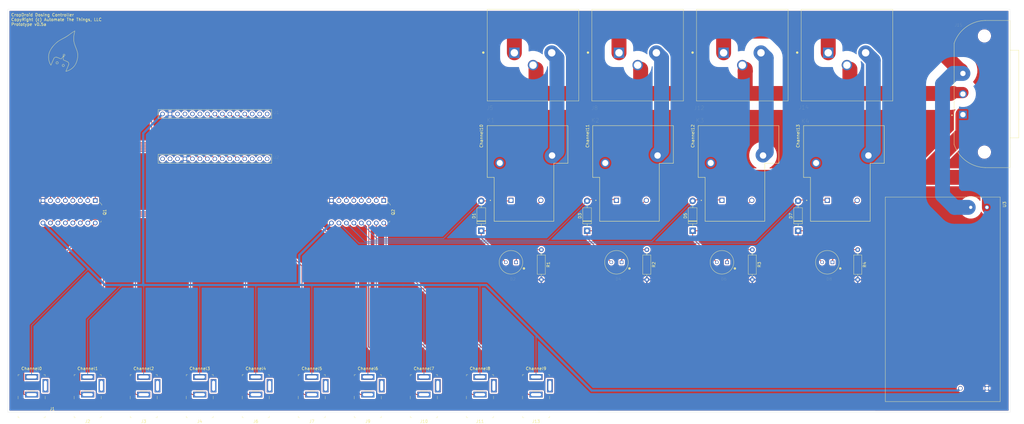
<source format=kicad_pcb>
(kicad_pcb (version 20171130) (host pcbnew 5.1.5-52549c5~84~ubuntu18.04.1)
  (title_block (title "CropDroid Dosing Controller") (date 2020-02-10) (rev 0.5a) (company "Automate The Things, LLC") (comment 3 "License: Proprietary") (comment 4 "Author: Jeremy Hahn"))
  (layers (0 F.Cu signal) (31 B.Cu signal) (34 B.Paste user) (35 F.Paste user) (36 B.SilkS user) (37 F.SilkS user) (38 B.Mask user) (39 F.Mask user) (44 Edge.Cuts user))
  (net 0 "")
  (net 1 "Net-(D1-Pad2)")
  (net 2 "Net-(D1-Pad1)")
  (net 3 "Net-(D2-Pad1)")
  (net 4 "Net-(D3-Pad2)")
  (net 5 "Net-(D3-Pad1)")
  (net 6 "Net-(D4-Pad1)")
  (net 7 "Net-(D5-Pad1)")
  (net 8 "Net-(D5-Pad2)")
  (net 9 "Net-(D6-Pad1)")
  (net 10 "Net-(D7-Pad1)")
  (net 11 "Net-(D7-Pad2)")
  (net 12 "Net-(D8-Pad1)")
  (net 13 "Net-(J1-Pad1)")
  (net 14 "Net-(J1-Pad2)")
  (net 15 "Net-(J1-Pad3)")
  (net 16 "Net-(J2-Pad2)")
  (net 17 "Net-(J3-Pad2)")
  (net 18 "Net-(J4-Pad2)")
  (net 19 "Net-(Q1-Pad1)")
  (net 20 "Net-(Q1-Pad2)")
  (net 21 "Net-(Q1-Pad3)")
  (net 22 "Net-(Q1-Pad4)")
  (net 23 "Net-(Q1-Pad5)")
  (net 24 "Net-(Q1-Pad6)")
  (net 25 "Net-(Q1-Pad7)")
  (net 26 GND)
  (net 27 "Net-(Q2-Pad7)")
  (net 28 "Net-(Q2-Pad6)")
  (net 29 "Net-(Q2-Pad5)")
  (net 30 "Net-(Q2-Pad4)")
  (net 31 "Net-(Q2-Pad3)")
  (net 32 "Net-(Q2-Pad2)")
  (net 33 "Net-(Q2-Pad1)")
  (net 34 "Net-(U1-PadP$13)")
  (net 35 "Net-(U1-PadP$3)")
  (net 36 "Net-(U2-PadP$3)")
  (net 37 "Net-(U2-PadP$13)")
  (net 38 "Net-(U2-PadP$14)")
  (net 39 "Net-(U2-PadP$15)")
  (net 40 "Net-(U2-PadP$2)")
  (net 41 "Net-(U2-PadP$1)")
  (net 42 "Net-(U1-PadP$11)")
  (net 43 "Net-(U1-PadP$10)")
  (net 44 "Net-(U1-PadP$2)")
  (net 45 "Net-(U1-PadP$1)")
  (net 46 "Net-(U1-PadP$12)")
  (net 47 "Net-(J2-Pad3)")
  (net 48 "Net-(J3-Pad3)")
  (net 49 "Net-(J4-Pad3)")
  (net 50 "Net-(J12-Pad3)")
  (net 51 "Net-(J5-Pad2)")
  (net 52 "Net-(J12-Pad1)")
  (net 53 "Net-(J6-Pad2)")
  (net 54 "Net-(J6-Pad3)")
  (net 55 "Net-(J7-Pad2)")
  (net 56 "Net-(J7-Pad3)")
  (net 57 "Net-(J8-Pad2)")
  (net 58 "Net-(J9-Pad2)")
  (net 59 "Net-(J9-Pad3)")
  (net 60 "Net-(J10-Pad2)")
  (net 61 "Net-(J10-Pad3)")
  (net 62 "Net-(J11-Pad2)")
  (net 63 "Net-(J11-Pad3)")
  (net 64 "Net-(J12-Pad2)")
  (net 65 "Net-(J13-Pad2)")
  (net 66 "Net-(J13-Pad3)")
  (net 67 "Net-(J14-Pad2)")
  (net 68 "Net-(J15-Pad1)")
  (module libraries:cropdroid_logo (layer F.Cu) (at 61.5046 46.4082)
    (fp_text reference G*** hide)
    (fp_text value LOGO hide)
  )
  (module IRM-30-12:IRM-30-12 (layer F.Cu) (at 360.488 130.787 270)
    (fp_text reference U3 (at -32.25 -21 90) (layer F.SilkS))
    (fp_text value IRM-30-12)
    (pad 2 thru_hole circle (at -31.25 -9.5 270) (size 1.524 1.524) (drill 1.1) (layers *.Cu *.Mask) (net 52 "Net-(J12-Pad1)"))
    (pad 1 thru_hole circle (at -31.25 -15 270) (size 1.524 1.524) (drill 1.1) (layers *.Cu *.Mask) (net 68 "Net-(J15-Pad1)"))
    (pad 4 thru_hole circle (at 30.25 -6 270) (size 1.524 1.524) (drill 1.1) (layers *.Cu *.Mask) (net 13 "Net-(J1-Pad1)"))
    (pad 3 thru_hole circle (at 30.25 -15 270) (size 1.524 1.524) (drill 1.1) (layers *.Cu *.Mask) (net 26 GND))
  )
  (module PPTC151LFBN-RC:PPTC151LFBN-RC (layer F.Cu) (at 130.872 83.035 180)
    (fp_text reference U2 (at -3.048 0.508) (layer F.SilkS) (effects (font (size 1.002992 1.002992) (thickness 0.015))))
    (fp_text value PPTC151LFBN-RC)
    (pad P$15 thru_hole circle (at 35.56 0 180) (size 1.53 1.53) (drill 1.02) (layers *.Cu *.Mask) (net 39 "Net-(U2-PadP$15)"))
    (pad P$14 thru_hole circle (at 33.02 0 180) (size 1.53 1.53) (drill 1.02) (layers *.Cu *.Mask) (net 38 "Net-(U2-PadP$14)"))
    (pad P$13 thru_hole circle (at 30.48 0 180) (size 1.53 1.53) (drill 1.02) (layers *.Cu *.Mask) (net 37 "Net-(U2-PadP$13)"))
    (pad P$12 thru_hole circle (at 27.94 0 180) (size 1.53 1.53) (drill 1.02) (layers *.Cu *.Mask) (net 26 GND))
    (pad P$11 thru_hole circle (at 25.4 0 180) (size 1.53 1.53) (drill 1.02) (layers *.Cu *.Mask) (net 19 "Net-(Q1-Pad1)"))
    (pad P$10 thru_hole circle (at 22.86 0 180) (size 1.53 1.53) (drill 1.02) (layers *.Cu *.Mask) (net 20 "Net-(Q1-Pad2)"))
    (pad P$9 thru_hole circle (at 20.32 0 180) (size 1.53 1.53) (drill 1.02) (layers *.Cu *.Mask) (net 21 "Net-(Q1-Pad3)"))
    (pad P$8 thru_hole circle (at 17.78 0 180) (size 1.53 1.53) (drill 1.02) (layers *.Cu *.Mask) (net 22 "Net-(Q1-Pad4)"))
    (pad P$7 thru_hole circle (at 15.24 0 180) (size 1.53 1.53) (drill 1.02) (layers *.Cu *.Mask) (net 23 "Net-(Q1-Pad5)"))
    (pad P$6 thru_hole circle (at 12.7 0 180) (size 1.53 1.53) (drill 1.02) (layers *.Cu *.Mask) (net 24 "Net-(Q1-Pad6)"))
    (pad P$5 thru_hole circle (at 10.16 0 180) (size 1.53 1.53) (drill 1.02) (layers *.Cu *.Mask) (net 25 "Net-(Q1-Pad7)"))
    (pad P$4 thru_hole circle (at 7.62 0 180) (size 1.53 1.53) (drill 1.02) (layers *.Cu *.Mask) (net 33 "Net-(Q2-Pad1)"))
    (pad P$3 thru_hole circle (at 5.08 0 180) (size 1.53 1.53) (drill 1.02) (layers *.Cu *.Mask) (net 36 "Net-(U2-PadP$3)"))
    (pad P$2 thru_hole circle (at 2.54 0 180) (size 1.53 1.53) (drill 1.02) (layers *.Cu *.Mask) (net 40 "Net-(U2-PadP$2)"))
    (pad P$1 thru_hole circle (at 0 0 180) (size 1.53 1.53) (drill 1.02) (layers *.Cu *.Mask) (net 41 "Net-(U2-PadP$1)"))
  )
  (module PPTC151LFBN-RC:PPTC151LFBN-RC (layer F.Cu) (at 130.872 67.795 180)
    (fp_text reference U1 (at -3.048 0.508) (layer F.SilkS) (effects (font (size 1.002992 1.002992) (thickness 0.015))))
    (fp_text value PPTC151LFBN-RC)
    (pad P$15 thru_hole circle (at 35.56 0 180) (size 1.53 1.53) (drill 1.02) (layers *.Cu *.Mask) (net 13 "Net-(J1-Pad1)"))
    (pad P$14 thru_hole circle (at 33.02 0 180) (size 1.53 1.53) (drill 1.02) (layers *.Cu *.Mask) (net 26 GND))
    (pad P$13 thru_hole circle (at 30.48 0 180) (size 1.53 1.53) (drill 1.02) (layers *.Cu *.Mask) (net 34 "Net-(U1-PadP$13)"))
    (pad P$12 thru_hole circle (at 27.94 0 180) (size 1.53 1.53) (drill 1.02) (layers *.Cu *.Mask) (net 46 "Net-(U1-PadP$12)"))
    (pad P$11 thru_hole circle (at 25.4 0 180) (size 1.53 1.53) (drill 1.02) (layers *.Cu *.Mask) (net 42 "Net-(U1-PadP$11)"))
    (pad P$10 thru_hole circle (at 22.86 0 180) (size 1.53 1.53) (drill 1.02) (layers *.Cu *.Mask) (net 43 "Net-(U1-PadP$10)"))
    (pad P$9 thru_hole circle (at 20.32 0 180) (size 1.53 1.53) (drill 1.02) (layers *.Cu *.Mask) (net 27 "Net-(Q2-Pad7)"))
    (pad P$8 thru_hole circle (at 17.78 0 180) (size 1.53 1.53) (drill 1.02) (layers *.Cu *.Mask) (net 28 "Net-(Q2-Pad6)"))
    (pad P$7 thru_hole circle (at 15.24 0 180) (size 1.53 1.53) (drill 1.02) (layers *.Cu *.Mask) (net 29 "Net-(Q2-Pad5)"))
    (pad P$6 thru_hole circle (at 12.7 0 180) (size 1.53 1.53) (drill 1.02) (layers *.Cu *.Mask) (net 30 "Net-(Q2-Pad4)"))
    (pad P$5 thru_hole circle (at 10.16 0 180) (size 1.53 1.53) (drill 1.02) (layers *.Cu *.Mask) (net 31 "Net-(Q2-Pad3)"))
    (pad P$4 thru_hole circle (at 7.62 0 180) (size 1.53 1.53) (drill 1.02) (layers *.Cu *.Mask) (net 32 "Net-(Q2-Pad2)"))
    (pad P$3 thru_hole circle (at 5.08 0 180) (size 1.53 1.53) (drill 1.02) (layers *.Cu *.Mask) (net 35 "Net-(U1-PadP$3)"))
    (pad P$2 thru_hole circle (at 2.54 0 180) (size 1.53 1.53) (drill 1.02) (layers *.Cu *.Mask) (net 44 "Net-(U1-PadP$2)"))
    (pad P$1 thru_hole circle (at 0 0 180) (size 1.53 1.53) (drill 1.02) (layers *.Cu *.Mask) (net 45 "Net-(U1-PadP$1)"))
  )
  (module digikey-footprints:Barrel_Jack_5.5mmODx2.1mmID_PJ-202A (layer F.Cu) (at 222.25 160.1748 180)
    (fp_text reference J13 (at 0 -12.1) (layer F.SilkS))
    (fp_text value PJ-202A)
    (pad 2 thru_hole rect (at 0 -3 180) (size 4.5 2) (drill oval 3.5 1) (layers *.Cu *.Mask) (net 65 "Net-(J13-Pad2)"))
    (pad 1 thru_hole rect (at 0 3 180) (size 4.5 2) (drill oval 3.5 1) (layers *.Cu *.Mask) (net 13 "Net-(J1-Pad1)"))
    (pad 3 thru_hole rect (at -4.7 0 180) (size 2 4.5) (drill oval 1 3.5) (layers *.Cu *.Mask) (net 66 "Net-(J13-Pad3)"))
  )
  (module digikey-footprints:Barrel_Jack_5.5mmODx2.1mmID_PJ-202A (layer F.Cu) (at 203.2 160.1748 180)
    (fp_text reference J11 (at 0 -12.1) (layer F.SilkS))
    (fp_text value PJ-202A)
    (pad 2 thru_hole rect (at 0 -3 180) (size 4.5 2) (drill oval 3.5 1) (layers *.Cu *.Mask) (net 62 "Net-(J11-Pad2)"))
    (pad 1 thru_hole rect (at 0 3 180) (size 4.5 2) (drill oval 3.5 1) (layers *.Cu *.Mask) (net 13 "Net-(J1-Pad1)"))
    (pad 3 thru_hole rect (at -4.7 0 180) (size 2 4.5) (drill oval 1 3.5) (layers *.Cu *.Mask) (net 63 "Net-(J11-Pad3)"))
  )
  (module digikey-footprints:Barrel_Jack_5.5mmODx2.1mmID_PJ-202A (layer F.Cu) (at 184.15 160.1748 180)
    (fp_text reference J10 (at 0 -12.1) (layer F.SilkS))
    (fp_text value PJ-202A)
    (pad 2 thru_hole rect (at 0 -3 180) (size 4.5 2) (drill oval 3.5 1) (layers *.Cu *.Mask) (net 60 "Net-(J10-Pad2)"))
    (pad 1 thru_hole rect (at 0 3 180) (size 4.5 2) (drill oval 3.5 1) (layers *.Cu *.Mask) (net 13 "Net-(J1-Pad1)"))
    (pad 3 thru_hole rect (at -4.7 0 180) (size 2 4.5) (drill oval 1 3.5) (layers *.Cu *.Mask) (net 61 "Net-(J10-Pad3)"))
  )
  (module digikey-footprints:Barrel_Jack_5.5mmODx2.1mmID_PJ-202A (layer F.Cu) (at 165.1 160.1748 180)
    (fp_text reference J9 (at 0 -12.1) (layer F.SilkS))
    (fp_text value PJ-202A)
    (pad 2 thru_hole rect (at 0 -3 180) (size 4.5 2) (drill oval 3.5 1) (layers *.Cu *.Mask) (net 58 "Net-(J9-Pad2)"))
    (pad 1 thru_hole rect (at 0 3 180) (size 4.5 2) (drill oval 3.5 1) (layers *.Cu *.Mask) (net 13 "Net-(J1-Pad1)"))
    (pad 3 thru_hole rect (at -4.7 0 180) (size 2 4.5) (drill oval 1 3.5) (layers *.Cu *.Mask) (net 59 "Net-(J9-Pad3)"))
  )
  (module digikey-footprints:Barrel_Jack_5.5mmODx2.1mmID_PJ-202A (layer F.Cu) (at 146.05 160.1748 180)
    (fp_text reference J7 (at 0 -12.1) (layer F.SilkS))
    (fp_text value PJ-202A)
    (pad 2 thru_hole rect (at 0 -3 180) (size 4.5 2) (drill oval 3.5 1) (layers *.Cu *.Mask) (net 55 "Net-(J7-Pad2)"))
    (pad 1 thru_hole rect (at 0 3 180) (size 4.5 2) (drill oval 3.5 1) (layers *.Cu *.Mask) (net 13 "Net-(J1-Pad1)"))
    (pad 3 thru_hole rect (at -4.7 0 180) (size 2 4.5) (drill oval 1 3.5) (layers *.Cu *.Mask) (net 56 "Net-(J7-Pad3)"))
  )
  (module digikey-footprints:Barrel_Jack_5.5mmODx2.1mmID_PJ-202A (layer F.Cu) (at 127 160.1748 180)
    (fp_text reference J6 (at 0 -12.1) (layer F.SilkS))
    (fp_text value PJ-202A)
    (pad 2 thru_hole rect (at 0 -3 180) (size 4.5 2) (drill oval 3.5 1) (layers *.Cu *.Mask) (net 53 "Net-(J6-Pad2)"))
    (pad 1 thru_hole rect (at 0 3 180) (size 4.5 2) (drill oval 3.5 1) (layers *.Cu *.Mask) (net 13 "Net-(J1-Pad1)"))
    (pad 3 thru_hole rect (at -4.7 0 180) (size 2 4.5) (drill oval 1 3.5) (layers *.Cu *.Mask) (net 54 "Net-(J6-Pad3)"))
  )
  (module digikey-footprints:Barrel_Jack_5.5mmODx2.1mmID_PJ-202A (layer F.Cu) (at 107.95 160.1748 180)
    (fp_text reference J4 (at 0 -12.1) (layer F.SilkS))
    (fp_text value PJ-202A)
    (pad 2 thru_hole rect (at 0 -3 180) (size 4.5 2) (drill oval 3.5 1) (layers *.Cu *.Mask) (net 18 "Net-(J4-Pad2)"))
    (pad 1 thru_hole rect (at 0 3 180) (size 4.5 2) (drill oval 3.5 1) (layers *.Cu *.Mask) (net 13 "Net-(J1-Pad1)"))
    (pad 3 thru_hole rect (at -4.7 0 180) (size 2 4.5) (drill oval 1 3.5) (layers *.Cu *.Mask) (net 49 "Net-(J4-Pad3)"))
  )
  (module digikey-footprints:Barrel_Jack_5.5mmODx2.1mmID_PJ-202A (layer F.Cu) (at 88.9 160.1748 180)
    (fp_text reference J3 (at 0 -12.1) (layer F.SilkS))
    (fp_text value PJ-202A)
    (pad 2 thru_hole rect (at 0 -3 180) (size 4.5 2) (drill oval 3.5 1) (layers *.Cu *.Mask) (net 17 "Net-(J3-Pad2)"))
    (pad 1 thru_hole rect (at 0 3 180) (size 4.5 2) (drill oval 3.5 1) (layers *.Cu *.Mask) (net 13 "Net-(J1-Pad1)"))
    (pad 3 thru_hole rect (at -4.7 0 180) (size 2 4.5) (drill oval 1 3.5) (layers *.Cu *.Mask) (net 48 "Net-(J3-Pad3)"))
  )
  (module digikey-footprints:Barrel_Jack_5.5mmODx2.1mmID_PJ-202A (layer F.Cu) (at 69.85 160.1748 180)
    (fp_text reference J2 (at 0 -12.1) (layer F.SilkS))
    (fp_text value PJ-202A)
    (pad 2 thru_hole rect (at 0 -3 180) (size 4.5 2) (drill oval 3.5 1) (layers *.Cu *.Mask) (net 16 "Net-(J2-Pad2)"))
    (pad 1 thru_hole rect (at 0 3 180) (size 4.5 2) (drill oval 3.5 1) (layers *.Cu *.Mask) (net 13 "Net-(J1-Pad1)"))
    (pad 3 thru_hole rect (at -4.7 0 180) (size 2 4.5) (drill oval 1 3.5) (layers *.Cu *.Mask) (net 47 "Net-(J2-Pad3)"))
  )
  (module digikey-footprints:Barrel_Jack_5.5mmODx2.1mmID_PJ-202A (layer F.Cu) (at 50.8 160.1748 180)
    (fp_text reference J1 (at -7.0216 -7.8486) (layer F.SilkS))
    (fp_text value PJ-202A)
    (pad 2 thru_hole rect (at 0 -3 180) (size 4.5 2) (drill oval 3.5 1) (layers *.Cu *.Mask) (net 14 "Net-(J1-Pad2)"))
    (pad 1 thru_hole rect (at 0 3 180) (size 4.5 2) (drill oval 3.5 1) (layers *.Cu *.Mask) (net 13 "Net-(J1-Pad1)"))
    (pad 3 thru_hole rect (at -4.7 0 180) (size 2 4.5) (drill oval 1 3.5) (layers *.Cu *.Mask) (net 15 "Net-(J1-Pad3)"))
  )
  (module QUALTEK_703W-00:QUALTEK_703W-00_52 (layer F.Cu) (at 367.33988 68.01866 90)
    (fp_text reference J15 (at 30.44952 -1.51384 180) (layer F.SilkS) (effects (font (size 1.001969 1.001969) (thickness 0.015))))
    (fp_text value 703W-00_52)
    (pad None np_thru_hole circle (at -12.75 7.3 90) (size 3.5 3.5) (drill 3.5) (layers *.Cu *.Mask))
    (pad None np_thru_hole circle (at 26.75 7.3 90) (size 3.5 3.5) (drill 3.5) (layers *.Cu *.Mask))
    (pad 1 thru_hole rect (at 0 0 90) (size 2.7 2.7) (drill 1.8) (layers *.Cu *.Mask) (net 68 "Net-(J15-Pad1)"))
    (pad 2 thru_hole circle (at 7 0 90) (size 2.7 2.7) (drill 1.8) (layers *.Cu *.Mask) (net 50 "Net-(J12-Pad3)"))
    (pad 3 thru_hole circle (at 14 0 90) (size 2.7 2.7) (drill 1.8) (layers *.Cu *.Mask) (net 52 "Net-(J12-Pad1)"))
  )
  (module digikey-footprints:DIP-16_W7.62mm (layer F.Cu) (at 170.48988 97.22866 270)
    (fp_text reference Q2 (at 3.94 -3.2 90) (layer F.SilkS))
    (fp_text value ULN2003AN)
    (pad 9 thru_hole circle (at 7.62 17.78 270) (size 1.6 1.6) (drill 1) (layers *.Cu *.Mask) (net 13 "Net-(J1-Pad1)"))
    (pad 8 thru_hole circle (at 0 17.78 270) (size 1.6 1.6) (drill 1) (layers *.Cu *.Mask) (net 26 GND))
    (pad 16 thru_hole circle (at 7.62 0 270) (size 1.6 1.6) (drill 1) (layers *.Cu *.Mask) (net 65 "Net-(J13-Pad2)"))
    (pad 15 thru_hole circle (at 7.62 2.54 270) (size 1.6 1.6) (drill 1) (layers *.Cu *.Mask) (net 62 "Net-(J11-Pad2)"))
    (pad 14 thru_hole circle (at 7.62 5.08 270) (size 1.6 1.6) (drill 1) (layers *.Cu *.Mask) (net 60 "Net-(J10-Pad2)"))
    (pad 13 thru_hole circle (at 7.62 7.62 270) (size 1.6 1.6) (drill 1) (layers *.Cu *.Mask) (net 1 "Net-(D1-Pad2)"))
    (pad 12 thru_hole circle (at 7.62 10.16 270) (size 1.6 1.6) (drill 1) (layers *.Cu *.Mask) (net 4 "Net-(D3-Pad2)"))
    (pad 11 thru_hole circle (at 7.62 12.7 270) (size 1.6 1.6) (drill 1) (layers *.Cu *.Mask) (net 8 "Net-(D5-Pad2)"))
    (pad 10 thru_hole circle (at 7.62 15.24 270) (size 1.6 1.6) (drill 1) (layers *.Cu *.Mask) (net 11 "Net-(D7-Pad2)"))
    (pad 7 thru_hole circle (at 0 15.24 270) (size 1.6 1.6) (drill 1) (layers *.Cu *.Mask) (net 27 "Net-(Q2-Pad7)"))
    (pad 6 thru_hole circle (at 0 12.7 270) (size 1.6 1.6) (drill 1) (layers *.Cu *.Mask) (net 28 "Net-(Q2-Pad6)"))
    (pad 5 thru_hole circle (at 0 10.16 270) (size 1.6 1.6) (drill 1) (layers *.Cu *.Mask) (net 29 "Net-(Q2-Pad5)"))
    (pad 4 thru_hole circle (at 0 7.62 270) (size 1.6 1.6) (drill 1) (layers *.Cu *.Mask) (net 30 "Net-(Q2-Pad4)"))
    (pad 3 thru_hole circle (at 0 5.08 270) (size 1.6 1.6) (drill 1) (layers *.Cu *.Mask) (net 31 "Net-(Q2-Pad3)"))
    (pad 2 thru_hole circle (at 0 2.54 270) (size 1.6 1.6) (drill 1) (layers *.Cu *.Mask) (net 32 "Net-(Q2-Pad2)"))
    (pad 1 thru_hole rect (at 0 0 270) (size 1.6 1.6) (drill 1) (layers *.Cu *.Mask) (net 33 "Net-(Q2-Pad1)"))
  )
  (module Diode_THT:D_DO-41_SOD81_P10.16mm_Horizontal (layer F.Cu) (at 203.63434 107.48772 90)
    (fp_text reference D1 (at 5.08 -2.47 90) (layer F.SilkS))
    (fp_text value 1N4001)
    (pad 2 thru_hole oval (at 10.16 0 90) (size 2.2 2.2) (drill 1.1) (layers *.Cu *.Mask) (net 1 "Net-(D1-Pad2)"))
    (pad 1 thru_hole rect (at 0 0 90) (size 2.2 2.2) (drill 1.1) (layers *.Cu *.Mask) (net 2 "Net-(D1-Pad1)"))
  )
  (module libraries:CAPPRD350W60D800H2000 (layer F.Cu) (at 213.734 118.20398 180)
    (fp_text reference D2 (at -0.635 -5.715) (layer F.SilkS) (effects (font (thickness 0.015))))
    (fp_text value LED)
    (pad 2 thru_hole circle (at 1.75 0 180) (size 1.23 1.23) (drill 0.82) (layers *.Cu *.Mask) (net 2 "Net-(D1-Pad1)"))
    (pad 1 thru_hole rect (at -1.75 0 180) (size 1.23 1.23) (drill 0.82) (layers *.Cu *.Mask) (net 3 "Net-(D2-Pad1)"))
  )
  (module Diode_THT:D_DO-41_SOD81_P10.16mm_Horizontal (layer F.Cu) (at 239.61598 107.48772 90)
    (fp_text reference D3 (at 5.08 -2.47 90) (layer F.SilkS))
    (fp_text value 1N4001)
    (pad 2 thru_hole oval (at 10.16 0 90) (size 2.2 2.2) (drill 1.1) (layers *.Cu *.Mask) (net 4 "Net-(D3-Pad2)"))
    (pad 1 thru_hole rect (at 0 0 90) (size 2.2 2.2) (drill 1.1) (layers *.Cu *.Mask) (net 5 "Net-(D3-Pad1)"))
  )
  (module libraries:CAPPRD350W60D800H2000 (layer F.Cu) (at 249.584 118.20398 180)
    (fp_text reference D4 (at -0.635 -5.715) (layer F.SilkS) (effects (font (thickness 0.015))))
    (fp_text value LED)
    (pad 2 thru_hole circle (at 1.75 0 180) (size 1.23 1.23) (drill 0.82) (layers *.Cu *.Mask) (net 5 "Net-(D3-Pad1)"))
    (pad 1 thru_hole rect (at -1.75 0 180) (size 1.23 1.23) (drill 0.82) (layers *.Cu *.Mask) (net 6 "Net-(D4-Pad1)"))
  )
  (module Diode_THT:D_DO-41_SOD81_P10.16mm_Horizontal (layer F.Cu) (at 275.48332 107.48772 90)
    (fp_text reference D5 (at 5.08 -2.47 90) (layer F.SilkS))
    (fp_text value 1N4001)
    (pad 2 thru_hole oval (at 10.16 0 90) (size 2.2 2.2) (drill 1.1) (layers *.Cu *.Mask) (net 8 "Net-(D5-Pad2)"))
    (pad 1 thru_hole rect (at 0 0 90) (size 2.2 2.2) (drill 1.1) (layers *.Cu *.Mask) (net 7 "Net-(D5-Pad1)"))
  )
  (module libraries:CAPPRD350W60D800H2000 (layer F.Cu) (at 285.434 118.20398 180)
    (fp_text reference D6 (at -0.635 -5.715) (layer F.SilkS) (effects (font (thickness 0.015))))
    (fp_text value LED)
    (pad 2 thru_hole circle (at 1.75 0 180) (size 1.23 1.23) (drill 0.82) (layers *.Cu *.Mask) (net 7 "Net-(D5-Pad1)"))
    (pad 1 thru_hole rect (at -1.75 0 180) (size 1.23 1.23) (drill 0.82) (layers *.Cu *.Mask) (net 9 "Net-(D6-Pad1)"))
  )
  (module Diode_THT:D_DO-41_SOD81_P10.16mm_Horizontal (layer F.Cu) (at 311.32272 107.48772 90)
    (fp_text reference D7 (at 5.08 -2.47 90) (layer F.SilkS))
    (fp_text value 1N4001)
    (pad 2 thru_hole oval (at 10.16 0 90) (size 2.2 2.2) (drill 1.1) (layers *.Cu *.Mask) (net 11 "Net-(D7-Pad2)"))
    (pad 1 thru_hole rect (at 0 0 90) (size 2.2 2.2) (drill 1.1) (layers *.Cu *.Mask) (net 10 "Net-(D7-Pad1)"))
  )
  (module libraries:CAPPRD350W60D800H2000 (layer F.Cu) (at 321.248 118.20398 180)
    (fp_text reference D8 (at -0.635 -5.715) (layer F.SilkS) (effects (font (thickness 0.015))))
    (fp_text value LED)
    (pad 2 thru_hole circle (at 1.75 0 180) (size 1.23 1.23) (drill 0.82) (layers *.Cu *.Mask) (net 10 "Net-(D7-Pad1)"))
    (pad 1 thru_hole rect (at -1.75 0 180) (size 1.23 1.23) (drill 0.82) (layers *.Cu *.Mask) (net 12 "Net-(D8-Pad1)"))
  )
  (module 3-213598-2:TE_3-213598-2 (layer F.Cu) (at 221.234 47.811)
    (fp_text reference J5 (at -14.67 17.952) (layer F.SilkS) (effects (font (size 1.320047 1.320047) (thickness 0.015))))
    (fp_text value 3-213598-2)
    (pad 3 thru_hole circle (at 0 3.38) (size 3.556 3.556) (drill 2.54) (layers *.Cu *.Mask) (net 50 "Net-(J12-Pad3)"))
    (pad 2 thru_hole circle (at 6.35 -0.81) (size 3.556 3.556) (drill 2.54) (layers *.Cu *.Mask) (net 51 "Net-(J5-Pad2)"))
    (pad 1 thru_hole rect (at -6.35 -0.81) (size 3.556 3.556) (drill 2.54) (layers *.Cu *.Mask) (net 52 "Net-(J12-Pad1)"))
  )
  (module 3-213598-2:TE_3-213598-2 (layer F.Cu) (at 256.794 47.811)
    (fp_text reference J8 (at -14.67 17.952) (layer F.SilkS) (effects (font (size 1.320047 1.320047) (thickness 0.015))))
    (fp_text value 3-213598-2)
    (pad 3 thru_hole circle (at 0 3.38) (size 3.556 3.556) (drill 2.54) (layers *.Cu *.Mask) (net 50 "Net-(J12-Pad3)"))
    (pad 2 thru_hole circle (at 6.35 -0.81) (size 3.556 3.556) (drill 2.54) (layers *.Cu *.Mask) (net 57 "Net-(J8-Pad2)"))
    (pad 1 thru_hole rect (at -6.35 -0.81) (size 3.556 3.556) (drill 2.54) (layers *.Cu *.Mask) (net 52 "Net-(J12-Pad1)"))
  )
  (module 3-213598-2:TE_3-213598-2 (layer F.Cu) (at 292.354 47.811)
    (fp_text reference J12 (at -14.67 17.952) (layer F.SilkS) (effects (font (size 1.320047 1.320047) (thickness 0.015))))
    (fp_text value 3-213598-2)
    (pad 3 thru_hole circle (at 0 3.38) (size 3.556 3.556) (drill 2.54) (layers *.Cu *.Mask) (net 50 "Net-(J12-Pad3)"))
    (pad 2 thru_hole circle (at 6.35 -0.81) (size 3.556 3.556) (drill 2.54) (layers *.Cu *.Mask) (net 64 "Net-(J12-Pad2)"))
    (pad 1 thru_hole rect (at -6.35 -0.81) (size 3.556 3.556) (drill 2.54) (layers *.Cu *.Mask) (net 52 "Net-(J12-Pad1)"))
  )
  (module 3-213598-2:TE_3-213598-2 (layer F.Cu) (at 327.914 47.811)
    (fp_text reference J14 (at -14.67 17.698) (layer F.SilkS) (effects (font (size 1.320047 1.320047) (thickness 0.015))))
    (fp_text value 3-213598-2)
    (pad 3 thru_hole circle (at 0 3.38) (size 3.556 3.556) (drill 2.54) (layers *.Cu *.Mask) (net 50 "Net-(J12-Pad3)"))
    (pad 2 thru_hole circle (at 6.35 -0.81) (size 3.556 3.556) (drill 2.54) (layers *.Cu *.Mask) (net 67 "Net-(J14-Pad2)"))
    (pad 1 thru_hole rect (at -6.35 -0.81) (size 3.556 3.556) (drill 2.54) (layers *.Cu *.Mask) (net 52 "Net-(J12-Pad1)"))
  )
  (module T9AS1D12-15:RELAY_T9AS1D12-15 (layer F.Cu) (at 213.734 97.155)
    (fp_text reference K1 (at -6.916 -27.26) (layer F.SilkS) (effects (font (size 1.395488 1.395488) (thickness 0.015))))
    (fp_text value T9AS1D12-15)
    (pad 4 thru_hole circle (at 13.97 -15.24) (size 3.29 3.29) (drill 2.19) (layers *.Cu *.Mask) (net 51 "Net-(J5-Pad2)"))
    (pad 3 thru_hole circle (at -3.81 -12.7) (size 3.09 3.09) (drill 2.06) (layers *.Cu *.Mask) (net 68 "Net-(J15-Pad1)"))
    (pad 1 thru_hole rect (at 0 0) (size 1.76 1.76) (drill 1.17) (layers *.Cu *.Mask) (net 1 "Net-(D1-Pad2)"))
    (pad 2 thru_hole circle (at 10.16 0) (size 1.76 1.76) (drill 1.17) (layers *.Cu *.Mask) (net 2 "Net-(D1-Pad1)"))
  )
  (module T9AS1D12-15:RELAY_T9AS1D12-15 (layer F.Cu) (at 249.584 97.155)
    (fp_text reference K2 (at -7.206 -27.220035) (layer F.SilkS) (effects (font (size 1.395488 1.395488) (thickness 0.015))))
    (fp_text value T9AS1D12-15)
    (pad 4 thru_hole circle (at 13.97 -15.24) (size 3.29 3.29) (drill 2.19) (layers *.Cu *.Mask) (net 57 "Net-(J8-Pad2)"))
    (pad 3 thru_hole circle (at -3.81 -12.7) (size 3.09 3.09) (drill 2.06) (layers *.Cu *.Mask) (net 68 "Net-(J15-Pad1)"))
    (pad 1 thru_hole rect (at 0 0) (size 1.76 1.76) (drill 1.17) (layers *.Cu *.Mask) (net 4 "Net-(D3-Pad2)"))
    (pad 2 thru_hole circle (at 10.16 0) (size 1.76 1.76) (drill 1.17) (layers *.Cu *.Mask) (net 5 "Net-(D3-Pad1)"))
  )
  (module T9AS1D12-15:RELAY_T9AS1D12-15 (layer F.Cu) (at 285.434 97.155)
    (fp_text reference K3 (at -7.496 -27.164) (layer F.SilkS) (effects (font (size 1.395488 1.395488) (thickness 0.015))))
    (fp_text value T9AS1D12-15)
    (pad 4 thru_hole circle (at 13.97 -15.24) (size 3.29 3.29) (drill 2.19) (layers *.Cu *.Mask) (net 64 "Net-(J12-Pad2)"))
    (pad 3 thru_hole circle (at -3.81 -12.7) (size 3.09 3.09) (drill 2.06) (layers *.Cu *.Mask) (net 68 "Net-(J15-Pad1)"))
    (pad 1 thru_hole rect (at 0 0) (size 1.76 1.76) (drill 1.17) (layers *.Cu *.Mask) (net 8 "Net-(D5-Pad2)"))
    (pad 2 thru_hole circle (at 10.16 0) (size 1.76 1.76) (drill 1.17) (layers *.Cu *.Mask) (net 7 "Net-(D5-Pad1)"))
  )
  (module T9AS1D12-15:RELAY_T9AS1D12-15 (layer F.Cu) (at 321.248 97.155)
    (fp_text reference K4 (at -7.496 -26.96) (layer F.SilkS) (effects (font (size 1.395488 1.395488) (thickness 0.015))))
    (fp_text value T9AS1D12-15)
    (pad 4 thru_hole circle (at 13.97 -15.24) (size 3.29 3.29) (drill 2.19) (layers *.Cu *.Mask) (net 67 "Net-(J14-Pad2)"))
    (pad 3 thru_hole circle (at -3.81 -12.7) (size 3.09 3.09) (drill 2.06) (layers *.Cu *.Mask) (net 68 "Net-(J15-Pad1)"))
    (pad 1 thru_hole rect (at 0 0) (size 1.76 1.76) (drill 1.17) (layers *.Cu *.Mask) (net 11 "Net-(D7-Pad2)"))
    (pad 2 thru_hole circle (at 10.16 0) (size 1.76 1.76) (drill 1.17) (layers *.Cu *.Mask) (net 10 "Net-(D7-Pad1)"))
  )
  (module digikey-footprints:DIP-16_W7.62mm (layer F.Cu) (at 72.44588 97.22866 270)
    (fp_text reference Q1 (at 3.94 -3.2 90) (layer F.SilkS))
    (fp_text value ULN2003AN)
    (pad 9 thru_hole circle (at 7.62 17.78 270) (size 1.6 1.6) (drill 1) (layers *.Cu *.Mask) (net 13 "Net-(J1-Pad1)"))
    (pad 8 thru_hole circle (at 0 17.78 270) (size 1.6 1.6) (drill 1) (layers *.Cu *.Mask) (net 26 GND))
    (pad 16 thru_hole circle (at 7.62 0 270) (size 1.6 1.6) (drill 1) (layers *.Cu *.Mask) (net 14 "Net-(J1-Pad2)"))
    (pad 15 thru_hole circle (at 7.62 2.54 270) (size 1.6 1.6) (drill 1) (layers *.Cu *.Mask) (net 16 "Net-(J2-Pad2)"))
    (pad 14 thru_hole circle (at 7.62 5.08 270) (size 1.6 1.6) (drill 1) (layers *.Cu *.Mask) (net 17 "Net-(J3-Pad2)"))
    (pad 13 thru_hole circle (at 7.62 7.62 270) (size 1.6 1.6) (drill 1) (layers *.Cu *.Mask) (net 18 "Net-(J4-Pad2)"))
    (pad 12 thru_hole circle (at 7.62 10.16 270) (size 1.6 1.6) (drill 1) (layers *.Cu *.Mask) (net 53 "Net-(J6-Pad2)"))
    (pad 11 thru_hole circle (at 7.62 12.7 270) (size 1.6 1.6) (drill 1) (layers *.Cu *.Mask) (net 55 "Net-(J7-Pad2)"))
    (pad 10 thru_hole circle (at 7.62 15.24 270) (size 1.6 1.6) (drill 1) (layers *.Cu *.Mask) (net 58 "Net-(J9-Pad2)"))
    (pad 7 thru_hole circle (at 0 15.24 270) (size 1.6 1.6) (drill 1) (layers *.Cu *.Mask) (net 25 "Net-(Q1-Pad7)"))
    (pad 6 thru_hole circle (at 0 12.7 270) (size 1.6 1.6) (drill 1) (layers *.Cu *.Mask) (net 24 "Net-(Q1-Pad6)"))
    (pad 5 thru_hole circle (at 0 10.16 270) (size 1.6 1.6) (drill 1) (layers *.Cu *.Mask) (net 23 "Net-(Q1-Pad5)"))
    (pad 4 thru_hole circle (at 0 7.62 270) (size 1.6 1.6) (drill 1) (layers *.Cu *.Mask) (net 22 "Net-(Q1-Pad4)"))
    (pad 3 thru_hole circle (at 0 5.08 270) (size 1.6 1.6) (drill 1) (layers *.Cu *.Mask) (net 21 "Net-(Q1-Pad3)"))
    (pad 2 thru_hole circle (at 0 2.54 270) (size 1.6 1.6) (drill 1) (layers *.Cu *.Mask) (net 20 "Net-(Q1-Pad2)"))
    (pad 1 thru_hole rect (at 0 0 270) (size 1.6 1.6) (drill 1) (layers *.Cu *.Mask) (net 19 "Net-(Q1-Pad1)"))
  )
  (module Resistor_THT:R_Axial_DIN0207_L6.3mm_D2.5mm_P10.16mm_Horizontal (layer F.Cu) (at 224.06356 113.92408 270)
    (fp_text reference R1 (at 5.08 -2.37 90) (layer F.SilkS))
    (fp_text value R)
    (pad 2 thru_hole oval (at 10.16 0 270) (size 1.6 1.6) (drill 0.8) (layers *.Cu *.Mask) (net 26 GND))
    (pad 1 thru_hole circle (at 0 0 270) (size 1.6 1.6) (drill 0.8) (layers *.Cu *.Mask) (net 3 "Net-(D2-Pad1)"))
  )
  (module Resistor_THT:R_Axial_DIN0207_L6.3mm_D2.5mm_P10.16mm_Horizontal (layer F.Cu) (at 259.91356 113.92408 270)
    (fp_text reference R2 (at 5.08 -2.37 90) (layer F.SilkS))
    (fp_text value R)
    (pad 2 thru_hole oval (at 10.16 0 270) (size 1.6 1.6) (drill 0.8) (layers *.Cu *.Mask) (net 26 GND))
    (pad 1 thru_hole circle (at 0 0 270) (size 1.6 1.6) (drill 0.8) (layers *.Cu *.Mask) (net 6 "Net-(D4-Pad1)"))
  )
  (module Resistor_THT:R_Axial_DIN0207_L6.3mm_D2.5mm_P10.16mm_Horizontal (layer F.Cu) (at 295.76356 113.92408 270)
    (fp_text reference R3 (at 5.08 -2.37 90) (layer F.SilkS))
    (fp_text value R)
    (pad 2 thru_hole oval (at 10.16 0 270) (size 1.6 1.6) (drill 0.8) (layers *.Cu *.Mask) (net 26 GND))
    (pad 1 thru_hole circle (at 0 0 270) (size 1.6 1.6) (drill 0.8) (layers *.Cu *.Mask) (net 9 "Net-(D6-Pad1)"))
  )
  (module Resistor_THT:R_Axial_DIN0207_L6.3mm_D2.5mm_P10.16mm_Horizontal (layer F.Cu) (at 331.57756 113.92408 270)
    (fp_text reference R4 (at 5.08 -2.37 90) (layer F.SilkS))
    (fp_text value R)
    (pad 2 thru_hole oval (at 10.16 0 270) (size 1.6 1.6) (drill 0.8) (layers *.Cu *.Mask) (net 26 GND))
    (pad 1 thru_hole circle (at 0 0 270) (size 1.6 1.6) (drill 0.8) (layers *.Cu *.Mask) (net 12 "Net-(D8-Pad1)"))
  )
  (gr_text Channel13 (at 311.29732 75.311 90) (layer F.SilkS) (effects (font (size 1 1))))
  (gr_text Channel12 (at 275.53412 75.311 90) (layer F.SilkS) (effects (font (size 1 1))))
  (gr_text Channel11 (at 239.75568 75.311 90) (layer F.SilkS) (effects (font (size 1 1))))
  (gr_text Channel10 (at 203.67752 75.311 90) (layer F.SilkS) (effects (font (size 1 1))))
  (gr_text Channel9 (at 222.25 154.3328) (layer F.SilkS) (effects (font (size 1 1))))
  (gr_text Channel8 (at 203.2 154.3328) (layer F.SilkS) (effects (font (size 1 1))))
  (gr_text Channel7 (at 184.15 154.3328) (layer F.SilkS) (effects (font (size 1 1))))
  (gr_text Channel6 (at 165.1 154.3328) (layer F.SilkS) (effects (font (size 1 1))))
  (gr_text Channel5 (at 146.05 154.3328) (layer F.SilkS) (effects (font (size 1 1))))
  (gr_text Channel4 (at 127 154.3328) (layer F.SilkS) (effects (font (size 1 1))))
  (gr_text Channel3 (at 107.95 154.3328) (layer F.SilkS) (effects (font (size 1 1))))
  (gr_text Channel2 (at 88.9 154.3328) (layer F.SilkS) (effects (font (size 1 1))))
  (gr_text Channel1 (at 69.85 154.3328) (layer F.SilkS) (effects (font (size 1 1))))
  (gr_text Channel0 (at 50.8 154.3328) (layer F.SilkS) (effects (font (size 1 1))))
  (gr_text "CropDroid Dosing Controller\nCopyRight (c) Automate The Things, LLC\nPrototype v0.5a" (at 43.79468 35.71748) (layer F.SilkS) (effects (font (size 1 1)) (justify left)))
  (gr_line (start 42.734 169.141) (end 42.734 32.235) (layer Edge.Cuts) (width 0.05))
  (gr_line (start 383.39188 169.15266) (end 42.734 169.141) (layer Edge.Cuts) (width 0.05))
  (gr_line (start 383.34188 32.235) (end 383.39188 169.15266) (layer Edge.Cuts) (width 0.05))
  (gr_line (start 42.734 32.235) (end 383.34188 32.235) (layer Edge.Cuts) (width 0.05))
  (segment (start 203.64762 97.341) (end 203.63434 97.32772) (width 0.254) (layer F.Cu) (net 1))
  (segment (start 213.734 97.341) (end 203.64762 97.341) (width 0.254) (layer F.Cu) (net 1))
  (segment (start 203.63434 97.32772) (end 190.77941 110.18265) (width 0.254) (layer B.Cu) (net 1))
  (segment (start 168.20387 110.18265) (end 162.86988 104.84866) (width 0.254) (layer B.Cu) (net 1))
  (segment (start 190.77941 110.18265) (end 168.20387 110.18265) (width 0.254) (layer B.Cu) (net 1))
  (segment (start 203.63434 109.85432) (end 212.0392 118.25918) (width 0.254) (layer F.Cu) (net 2))
  (segment (start 203.63434 107.48772) (end 203.63434 109.85432) (width 0.254) (layer F.Cu) (net 2))
  (segment (start 213.74728 107.48772) (end 223.894 97.341) (width 0.254) (layer F.Cu) (net 2))
  (segment (start 203.63434 107.48772) (end 213.74728 107.48772) (width 0.254) (layer F.Cu) (net 2))
  (segment (start 222.93219 113.92408) (end 224.06356 113.92408) (width 0.254) (layer F.Cu) (net 3))
  (segment (start 215.484 117.33498) (end 218.8949 113.92408) (width 0.254) (layer F.Cu) (net 3))
  (segment (start 218.8949 113.92408) (end 222.93219 113.92408) (width 0.254) (layer F.Cu) (net 3))
  (segment (start 215.484 118.20398) (end 215.484 117.33498) (width 0.254) (layer F.Cu) (net 3))
  (segment (start 240.0527 96.891) (end 239.61598 97.32772) (width 0.254) (layer F.Cu) (net 4))
  (segment (start 249.584 96.891) (end 240.0527 96.891) (width 0.254) (layer F.Cu) (net 4))
  (segment (start 166.17188 110.69066) (end 160.32988 104.84866) (width 0.254) (layer B.Cu) (net 4))
  (segment (start 239.61598 97.32772) (end 226.25304 110.69066) (width 0.254) (layer B.Cu) (net 4))
  (segment (start 226.25304 110.69066) (end 166.17188 110.69066) (width 0.254) (layer B.Cu) (net 4))
  (segment (start 239.61598 109.98596) (end 247.834 118.20398) (width 0.254) (layer F.Cu) (net 5))
  (segment (start 239.61598 107.48772) (end 239.61598 109.98596) (width 0.254) (layer F.Cu) (net 5))
  (segment (start 249.14728 107.48772) (end 259.744 96.891) (width 0.254) (layer F.Cu) (net 5))
  (segment (start 239.61598 107.48772) (end 249.14728 107.48772) (width 0.254) (layer F.Cu) (net 5))
  (segment (start 258.78219 113.92408) (end 259.91356 113.92408) (width 0.254) (layer F.Cu) (net 6))
  (segment (start 254.7449 113.92408) (end 258.78219 113.92408) (width 0.254) (layer F.Cu) (net 6))
  (segment (start 251.334 117.33498) (end 254.7449 113.92408) (width 0.254) (layer F.Cu) (net 6))
  (segment (start 251.334 118.20398) (end 251.334 117.33498) (width 0.254) (layer F.Cu) (net 6))
  (segment (start 275.48332 110.0033) (end 283.684 118.20398) (width 0.254) (layer F.Cu) (net 7))
  (segment (start 275.48332 107.48772) (end 275.48332 110.0033) (width 0.254) (layer F.Cu) (net 7))
  (segment (start 285.09728 107.48772) (end 295.594 96.991) (width 0.254) (layer F.Cu) (net 7))
  (segment (start 275.48332 107.48772) (end 285.09728 107.48772) (width 0.254) (layer F.Cu) (net 7))
  (segment (start 275.82004 96.991) (end 275.48332 97.32772) (width 0.254) (layer F.Cu) (net 8))
  (segment (start 285.434 96.991) (end 275.82004 96.991) (width 0.254) (layer F.Cu) (net 8))
  (segment (start 164.11567 111.19867) (end 163.892 110.975) (width 0.254) (layer B.Cu) (net 8))
  (segment (start 261.61237 111.19867) (end 164.11567 111.19867) (width 0.254) (layer B.Cu) (net 8))
  (segment (start 275.48332 97.32772) (end 261.61237 111.19867) (width 0.254) (layer B.Cu) (net 8))
  (segment (start 157.78988 104.84866) (end 163.892 110.975) (width 0.254) (layer B.Cu) (net 8))
  (segment (start 163.892 110.975) (end 164.13989 111.19867) (width 0.254) (layer B.Cu) (net 8))
  (segment (start 290.5949 113.92408) (end 294.63219 113.92408) (width 0.254) (layer F.Cu) (net 9))
  (segment (start 294.63219 113.92408) (end 295.76356 113.92408) (width 0.254) (layer F.Cu) (net 9))
  (segment (start 287.184 117.33498) (end 290.5949 113.92408) (width 0.254) (layer F.Cu) (net 9))
  (segment (start 287.184 118.20398) (end 287.184 117.33498) (width 0.254) (layer F.Cu) (net 9))
  (segment (start 311.32272 110.0287) (end 319.498 118.20398) (width 0.254) (layer F.Cu) (net 10))
  (segment (start 311.32272 107.48772) (end 311.32272 110.0287) (width 0.254) (layer F.Cu) (net 10))
  (segment (start 320.96128 107.48772) (end 331.408 97.041) (width 0.254) (layer F.Cu) (net 10))
  (segment (start 311.32272 107.48772) (end 320.96128 107.48772) (width 0.254) (layer F.Cu) (net 10))
  (segment (start 311.60944 97.041) (end 311.32272 97.32772) (width 0.254) (layer F.Cu) (net 11))
  (segment (start 321.248 97.041) (end 311.60944 97.041) (width 0.254) (layer F.Cu) (net 11))
  (segment (start 311.32272 97.32772) (end 296.94376 111.70668) (width 0.254) (layer B.Cu) (net 11))
  (segment (start 162.14432 111.70668) (end 162.114 111.737) (width 0.254) (layer B.Cu) (net 11))
  (segment (start 155.24988 104.84866) (end 162.114 111.737) (width 0.254) (layer B.Cu) (net 11))
  (segment (start 296.94376 111.70668) (end 162.14432 111.70668) (width 0.254) (layer B.Cu) (net 11))
  (segment (start 162.114 111.737) (end 162.1079 111.70668) (width 0.254) (layer B.Cu) (net 11))
  (segment (start 330.44619 113.92408) (end 331.57756 113.92408) (width 0.254) (layer F.Cu) (net 12))
  (segment (start 326.4089 113.92408) (end 330.44619 113.92408) (width 0.254) (layer F.Cu) (net 12))
  (segment (start 322.998 117.33498) (end 326.4089 113.92408) (width 0.254) (layer F.Cu) (net 12))
  (segment (start 322.998 118.20398) (end 322.998 117.33498) (width 0.254) (layer F.Cu) (net 12))
  (segment (start 141.78788 115.77066) (end 152.70988 104.84866) (width 0.762) (layer B.Cu) (net 13))
  (segment (start 141.78788 125.93066) (end 141.78788 115.77066) (width 0.762) (layer B.Cu) (net 13))
  (segment (start 81.58988 125.93066) (end 75.74788 125.93066) (width 0.762) (layer B.Cu) (net 13))
  (segment (start 83.87588 125.93066) (end 81.58988 125.93066) (width 0.762) (layer B.Cu) (net 13))
  (segment (start 141.78788 125.93066) (end 141.02588 125.93066) (width 0.762) (layer B.Cu) (net 13))
  (segment (start 212.27288 132.91566) (end 205.28788 125.93066) (width 0.762) (layer B.Cu) (net 13))
  (segment (start 70.15988 120.34266) (end 54.66588 104.84866) (width 0.762) (layer B.Cu) (net 13))
  (segment (start 75.74788 125.93066) (end 70.15988 120.34266) (width 0.762) (layer B.Cu) (net 13))
  (segment (start 222.07011 142.71289) (end 212.27288 132.91566) (width 0.762) (layer B.Cu) (net 13))
  (segment (start 88.73834 74.36866) (end 95.312 67.795) (width 0.762) (layer B.Cu) (net 13))
  (segment (start 88.73834 125.93066) (end 83.87588 125.93066) (width 0.762) (layer B.Cu) (net 13))
  (segment (start 88.73834 125.93066) (end 88.73834 74.36866) (width 0.762) (layer B.Cu) (net 13))
  (segment (start 101.65588 125.93066) (end 88.73834 125.93066) (width 0.762) (layer B.Cu) (net 13))
  (segment (start 365.726001 161.798999) (end 241.156219 161.798999) (width 0.762) (layer B.Cu) (net 13))
  (segment (start 241.156219 161.798999) (end 239.46911 160.11189) (width 0.762) (layer B.Cu) (net 13))
  (segment (start 366.488 161.037) (end 365.726001 161.798999) (width 0.762) (layer B.Cu) (net 13))
  (segment (start 239.46911 160.11189) (end 239.57788 160.22066) (width 0.762) (layer B.Cu) (net 13))
  (segment (start 50.8 139.70254) (end 50.8 157.1748) (width 0.254) (layer B.Cu) (net 13))
  (segment (start 70.15988 120.34266) (end 50.8 139.70254) (width 0.254) (layer B.Cu) (net 13))
  (segment (start 72.48457 135.03597) (end 69.85 137.67054) (width 0.254) (layer B.Cu) (net 13))
  (segment (start 69.85 137.67054) (end 69.85 157.1748) (width 0.254) (layer B.Cu) (net 13))
  (segment (start 72.48457 135.03597) (end 72.31 135.21054) (width 0.254) (layer B.Cu) (net 13))
  (segment (start 81.58988 125.93066) (end 72.48457 135.03597) (width 0.254) (layer B.Cu) (net 13))
  (segment (start 88.9 126.09232) (end 88.9 157.1748) (width 0.254) (layer B.Cu) (net 13))
  (segment (start 88.73834 125.93066) (end 88.9 126.09232) (width 0.254) (layer B.Cu) (net 13))
  (segment (start 107.95 126.0006) (end 107.95 157.1748) (width 0.254) (layer B.Cu) (net 13))
  (segment (start 107.88006 125.93066) (end 107.95 126.0006) (width 0.254) (layer B.Cu) (net 13))
  (segment (start 107.88006 125.93066) (end 101.65588 125.93066) (width 0.762) (layer B.Cu) (net 13))
  (segment (start 122.48388 125.93066) (end 107.88006 125.93066) (width 0.762) (layer B.Cu) (net 13))
  (segment (start 127.38726 125.93066) (end 127 126.31792) (width 0.254) (layer B.Cu) (net 13))
  (segment (start 127.38726 125.93066) (end 122.48388 125.93066) (width 0.762) (layer B.Cu) (net 13))
  (segment (start 127 126.31792) (end 127 157.1748) (width 0.254) (layer B.Cu) (net 13))
  (segment (start 141.02588 125.93066) (end 127.38726 125.93066) (width 0.762) (layer B.Cu) (net 13))
  (segment (start 146.05 126.0514) (end 146.05 157.1748) (width 0.254) (layer B.Cu) (net 13))
  (segment (start 145.92926 125.93066) (end 146.05 126.0514) (width 0.254) (layer B.Cu) (net 13))
  (segment (start 145.92926 125.93066) (end 141.78788 125.93066) (width 0.762) (layer B.Cu) (net 13))
  (segment (start 159.05988 125.93066) (end 145.92926 125.93066) (width 0.762) (layer B.Cu) (net 13))
  (segment (start 165.1 126.0484) (end 165.1 157.1748) (width 0.254) (layer B.Cu) (net 13))
  (segment (start 165.21774 125.93066) (end 165.1 126.0484) (width 0.254) (layer B.Cu) (net 13))
  (segment (start 165.21774 125.93066) (end 159.05988 125.93066) (width 0.762) (layer B.Cu) (net 13))
  (segment (start 177.09388 125.93066) (end 165.21774 125.93066) (width 0.762) (layer B.Cu) (net 13))
  (segment (start 184.15 126.1754) (end 184.15 157.1748) (width 0.254) (layer B.Cu) (net 13))
  (segment (start 184.39474 125.93066) (end 184.15 126.1754) (width 0.254) (layer B.Cu) (net 13))
  (segment (start 184.39474 125.93066) (end 177.09388 125.93066) (width 0.762) (layer B.Cu) (net 13))
  (segment (start 195.12788 125.93066) (end 184.39474 125.93066) (width 0.762) (layer B.Cu) (net 13))
  (segment (start 203.03834 125.93066) (end 195.12788 125.93066) (width 0.762) (layer B.Cu) (net 13))
  (segment (start 203.2 126.09232) (end 203.2 157.1748) (width 0.254) (layer B.Cu) (net 13))
  (segment (start 203.03834 125.93066) (end 203.2 126.09232) (width 0.254) (layer B.Cu) (net 13))
  (segment (start 205.28788 125.93066) (end 203.03834 125.93066) (width 0.762) (layer B.Cu) (net 13))
  (segment (start 222.25 143.4728) (end 222.25 157.1748) (width 0.254) (layer B.Cu) (net 13))
  (segment (start 222.54001 143.18279) (end 222.25 143.4728) (width 0.254) (layer B.Cu) (net 13))
  (segment (start 222.54001 143.18279) (end 239.46911 160.11189) (width 0.762) (layer B.Cu) (net 13))
  (segment (start 222.07011 142.71289) (end 222.54001 143.18279) (width 0.762) (layer B.Cu) (net 13))
  (segment (start 71.645881 105.648659) (end 72.44588 104.84866) (width 0.254) (layer F.Cu) (net 14))
  (segment (start 51.22477 126.06977) (end 71.645881 105.648659) (width 0.254) (layer F.Cu) (net 14))
  (segment (start 51.038 126.25654) (end 51.22477 126.06977) (width 0.254) (layer F.Cu) (net 14))
  (segment (start 48.296 163.1748) (end 50.8 163.1748) (width 0.254) (layer F.Cu) (net 14))
  (segment (start 48.168999 129.125541) (end 48.168999 163.047799) (width 0.254) (layer F.Cu) (net 14))
  (segment (start 48.168999 163.047799) (end 48.296 163.1748) (width 0.254) (layer F.Cu) (net 14))
  (segment (start 49.89127 127.40327) (end 48.168999 129.125541) (width 0.254) (layer F.Cu) (net 14))
  (segment (start 49.89127 127.40327) (end 49.754999 127.539541) (width 0.254) (layer F.Cu) (net 14))
  (segment (start 51.22477 126.06977) (end 49.89127 127.40327) (width 0.254) (layer F.Cu) (net 14))
  (segment (start 67.346 163.1748) (end 69.85 163.1748) (width 0.254) (layer F.Cu) (net 16))
  (segment (start 75.1952 127.485) (end 67.218999 135.461201) (width 0.254) (layer F.Cu) (net 16))
  (segment (start 69.90588 104.84866) (end 71.086881 103.667659) (width 0.254) (layer F.Cu) (net 16))
  (segment (start 67.218999 135.461201) (end 67.218999 163.047799) (width 0.254) (layer F.Cu) (net 16))
  (segment (start 71.086881 103.667659) (end 73.550879 103.667659) (width 0.254) (layer F.Cu) (net 16))
  (segment (start 73.550879 103.667659) (end 73.626881 103.743661) (width 0.254) (layer F.Cu) (net 16))
  (segment (start 73.626881 103.743661) (end 73.882061 103.743661) (width 0.254) (layer F.Cu) (net 16))
  (segment (start 73.882061 103.743661) (end 75.1952 105.0568) (width 0.254) (layer F.Cu) (net 16))
  (segment (start 67.218999 163.047799) (end 67.346 163.1748) (width 0.254) (layer F.Cu) (net 16))
  (segment (start 75.1952 105.0568) (end 75.1952 127.485) (width 0.254) (layer F.Cu) (net 16))
  (segment (start 86.071001 108.059781) (end 81.08188 103.07066) (width 0.254) (layer F.Cu) (net 17))
  (segment (start 69.14388 103.07066) (end 67.36588 104.84866) (width 0.254) (layer F.Cu) (net 17))
  (segment (start 81.08188 103.07066) (end 69.14388 103.07066) (width 0.254) (layer F.Cu) (net 17))
  (segment (start 86.396 163.1748) (end 88.9 163.1748) (width 0.254) (layer F.Cu) (net 17))
  (segment (start 86.071001 162.849801) (end 86.396 163.1748) (width 0.254) (layer F.Cu) (net 17))
  (segment (start 86.071001 108.059781) (end 86.071001 162.849801) (width 0.254) (layer F.Cu) (net 17))
  (segment (start 104.8624 162.5912) (end 105.446 163.1748) (width 0.254) (layer F.Cu) (net 18))
  (segment (start 104.8624 116.1312) (end 104.8624 162.5912) (width 0.254) (layer F.Cu) (net 18))
  (segment (start 105.446 163.1748) (end 107.95 163.1748) (width 0.254) (layer F.Cu) (net 18))
  (segment (start 91.29386 102.56266) (end 104.8624 116.1312) (width 0.254) (layer F.Cu) (net 18))
  (segment (start 67.11188 102.56266) (end 91.29386 102.56266) (width 0.254) (layer F.Cu) (net 18))
  (segment (start 64.82588 104.84866) (end 67.11188 102.56266) (width 0.254) (layer F.Cu) (net 18))
  (segment (start 102.932 80.495) (end 105.472 83.035) (width 0.254) (layer F.Cu) (net 19))
  (segment (start 72.44588 96.17466) (end 72.452 96.16854) (width 0.254) (layer F.Cu) (net 19))
  (segment (start 72.44588 97.22866) (end 72.44588 96.17466) (width 0.254) (layer F.Cu) (net 19))
  (segment (start 102.932 80.495) (end 88.454 80.495) (width 0.254) (layer F.Cu) (net 19))
  (segment (start 88.454 80.495) (end 88.12554 80.495) (width 0.254) (layer F.Cu) (net 19))
  (segment (start 72.44588 96.17466) (end 72.44588 85.07312) (width 0.254) (layer F.Cu) (net 19))
  (segment (start 77.024 80.495) (end 80.326 80.495) (width 0.254) (layer F.Cu) (net 19))
  (segment (start 72.44588 85.07312) (end 77.024 80.495) (width 0.254) (layer F.Cu) (net 19))
  (segment (start 80.072 80.495) (end 80.326 80.495) (width 0.254) (layer F.Cu) (net 19))
  (segment (start 80.326 80.495) (end 88.454 80.495) (width 0.254) (layer F.Cu) (net 19))
  (segment (start 104.96399 79.98699) (end 108.012 83.035) (width 0.254) (layer F.Cu) (net 20))
  (segment (start 76.813575 79.986991) (end 104.96399 79.98699) (width 0.254) (layer F.Cu) (net 20))
  (segment (start 69.90588 86.894686) (end 76.813575 79.986991) (width 0.254) (layer F.Cu) (net 20))
  (segment (start 69.90588 97.22866) (end 69.90588 86.894686) (width 0.254) (layer F.Cu) (net 20))
  (segment (start 76.603152 79.47898) (end 106.99598 79.47898) (width 0.254) (layer F.Cu) (net 21))
  (segment (start 106.99598 79.47898) (end 110.552 83.035) (width 0.254) (layer F.Cu) (net 21))
  (segment (start 67.36588 88.716252) (end 76.603152 79.47898) (width 0.254) (layer F.Cu) (net 21))
  (segment (start 67.36588 97.22866) (end 67.36588 88.716252) (width 0.254) (layer F.Cu) (net 21))
  (segment (start 113.092 83.035) (end 109.02797 78.97097) (width 0.254) (layer F.Cu) (net 22))
  (segment (start 83.37397 78.97097) (end 83.08357 78.97097) (width 0.254) (layer F.Cu) (net 22))
  (segment (start 109.02797 78.97097) (end 83.37397 78.97097) (width 0.254) (layer F.Cu) (net 22))
  (segment (start 79.440727 78.970971) (end 83.37397 78.97097) (width 0.254) (layer F.Cu) (net 22))
  (segment (start 76.392728 78.97097) (end 79.440727 78.970971) (width 0.254) (layer F.Cu) (net 22))
  (segment (start 64.82588 90.537818) (end 76.392728 78.97097) (width 0.254) (layer F.Cu) (net 22))
  (segment (start 64.82588 97.22866) (end 64.82588 90.537818) (width 0.254) (layer F.Cu) (net 22))
  (segment (start 115.632 83.035) (end 111.05996 78.46296) (width 0.254) (layer F.Cu) (net 23))
  (segment (start 76.182304 78.46296) (end 79.31004 78.46296) (width 0.254) (layer F.Cu) (net 23))
  (segment (start 62.28588 97.22866) (end 62.28588 92.359384) (width 0.254) (layer F.Cu) (net 23))
  (segment (start 111.05996 78.46296) (end 79.31004 78.46296) (width 0.254) (layer F.Cu) (net 23))
  (segment (start 62.28588 92.359384) (end 76.182304 78.46296) (width 0.254) (layer F.Cu) (net 23))
  (segment (start 79.31004 78.46296) (end 79.230304 78.46296) (width 0.254) (layer F.Cu) (net 23))
  (segment (start 118.172 83.035) (end 113.09195 77.95495) (width 0.254) (layer F.Cu) (net 24))
  (segment (start 113.09195 77.95495) (end 79.01959 77.95495) (width 0.254) (layer F.Cu) (net 24))
  (segment (start 59.74588 97.22866) (end 59.74588 94.18095) (width 0.254) (layer F.Cu) (net 24))
  (segment (start 75.97188 77.95495) (end 79.31 77.95495) (width 0.254) (layer F.Cu) (net 24))
  (segment (start 59.74588 94.18095) (end 75.97188 77.95495) (width 0.254) (layer F.Cu) (net 24))
  (segment (start 120.712 83.035) (end 115.123941 77.446941) (width 0.254) (layer F.Cu) (net 25))
  (segment (start 115.123941 77.446941) (end 76.987599 77.446941) (width 0.254) (layer F.Cu) (net 25))
  (segment (start 75.761456 77.44694) (end 77.278 77.44694) (width 0.254) (layer F.Cu) (net 25))
  (segment (start 57.20588 97.22866) (end 57.20588 96.002516) (width 0.254) (layer F.Cu) (net 25))
  (segment (start 57.20588 96.002516) (end 75.761456 77.44694) (width 0.254) (layer F.Cu) (net 25))
  (segment (start 155.24988 96.09729) (end 155.256 96.09117) (width 0.254) (layer F.Cu) (net 27))
  (segment (start 155.24988 97.22866) (end 155.24988 96.09729) (width 0.254) (layer F.Cu) (net 27))
  (segment (start 155.256 96.09117) (end 155.256 80.749) (width 0.254) (layer F.Cu) (net 27))
  (segment (start 155.256 80.749) (end 149.16 74.653) (width 0.254) (layer F.Cu) (net 27))
  (segment (start 117.41 74.653) (end 110.552 67.795) (width 0.254) (layer F.Cu) (net 27))
  (segment (start 149.16 74.653) (end 117.41 74.653) (width 0.254) (layer F.Cu) (net 27))
  (segment (start 157.78988 82.564446) (end 149.370434 74.145) (width 0.254) (layer F.Cu) (net 28))
  (segment (start 157.78988 97.22866) (end 157.78988 82.564446) (width 0.254) (layer F.Cu) (net 28))
  (segment (start 119.442 74.145) (end 113.092 67.795) (width 0.254) (layer F.Cu) (net 28))
  (segment (start 149.370434 74.145) (end 119.442 74.145) (width 0.254) (layer F.Cu) (net 28))
  (segment (start 160.32988 84.386012) (end 149.580868 73.637) (width 0.254) (layer F.Cu) (net 29))
  (segment (start 160.32988 97.22866) (end 160.32988 84.386012) (width 0.254) (layer F.Cu) (net 29))
  (segment (start 121.474 73.637) (end 115.632 67.795) (width 0.254) (layer F.Cu) (net 29))
  (segment (start 149.580868 73.637) (end 121.474 73.637) (width 0.254) (layer F.Cu) (net 29))
  (segment (start 162.86988 86.207578) (end 149.791302 73.129) (width 0.254) (layer F.Cu) (net 30))
  (segment (start 162.86988 97.22866) (end 162.86988 86.207578) (width 0.254) (layer F.Cu) (net 30))
  (segment (start 123.506 73.129) (end 118.172 67.795) (width 0.254) (layer F.Cu) (net 30))
  (segment (start 149.791302 73.129) (end 123.506 73.129) (width 0.254) (layer F.Cu) (net 30))
  (segment (start 165.40988 88.029144) (end 150.001736 72.621) (width 0.254) (layer F.Cu) (net 31))
  (segment (start 165.40988 97.22866) (end 165.40988 88.029144) (width 0.254) (layer F.Cu) (net 31))
  (segment (start 125.538 72.621) (end 120.712 67.795) (width 0.254) (layer F.Cu) (net 31))
  (segment (start 150.001736 72.621) (end 125.538 72.621) (width 0.254) (layer F.Cu) (net 31))
  (segment (start 167.94988 89.85071) (end 150.21216 72.11299) (width 0.254) (layer F.Cu) (net 32))
  (segment (start 167.94988 97.22866) (end 167.94988 89.85071) (width 0.254) (layer F.Cu) (net 32))
  (segment (start 127.56999 72.11299) (end 123.252 67.795) (width 0.254) (layer F.Cu) (net 32))
  (segment (start 150.21216 72.11299) (end 127.56999 72.11299) (width 0.254) (layer F.Cu) (net 32))
  (segment (start 117.029 76.812) (end 123.252 83.035) (width 0.254) (layer F.Cu) (net 33))
  (segment (start 94.169 76.812) (end 117.029 76.812) (width 0.254) (layer F.Cu) (net 33))
  (segment (start 170.48988 91.53788) (end 143.826 64.874) (width 0.254) (layer F.Cu) (net 33))
  (segment (start 170.48988 97.22866) (end 170.48988 91.53788) (width 0.254) (layer F.Cu) (net 33))
  (segment (start 143.826 64.874) (end 95.312 64.874) (width 0.254) (layer F.Cu) (net 33))
  (segment (start 91.629 68.557) (end 91.629 74.272) (width 0.254) (layer F.Cu) (net 33))
  (segment (start 95.312 64.874) (end 91.629 68.557) (width 0.254) (layer F.Cu) (net 33))
  (segment (start 91.629 74.272) (end 94.169 76.812) (width 0.254) (layer F.Cu) (net 33))
  (segment (start 364.41887 60.52565) (end 367.33988 60.52565) (width 3.81) (layer F.Cu) (net 50))
  (segment (start 363.536 61.191) (end 364.09883 60.20561) (width 3.81) (layer F.Cu) (net 50))
  (segment (start 364.09883 60.20561) (end 364.41887 60.52565) (width 3.81) (layer F.Cu) (net 50))
  (segment (start 293.370001 53.249401) (end 293.370001 52.568683) (width 5.08) (layer F.Cu) (net 50))
  (segment (start 293.33561 53.283792) (end 293.370001 53.249401) (width 5.08) (layer F.Cu) (net 50))
  (segment (start 293.33561 60.20561) (end 293.33561 53.283792) (width 5.08) (layer F.Cu) (net 50))
  (segment (start 257.810001 58.991499) (end 257.810001 52.568683) (width 5.08) (layer F.Cu) (net 50))
  (segment (start 222.250001 57.598401) (end 222.250001 52.568683) (width 5.08) (layer F.Cu) (net 50))
  (segment (start 225.49221 60.84061) (end 222.250001 57.598401) (width 5.08) (layer F.Cu) (net 50))
  (segment (start 328.930001 59.220999) (end 328.930001 52.568683) (width 5.08) (layer F.Cu) (net 50))
  (segment (start 327.31039 60.84061) (end 328.930001 59.220999) (width 5.08) (layer F.Cu) (net 50))
  (segment (start 327.31039 60.84061) (end 225.49221 60.84061) (width 5.08) (layer F.Cu) (net 50))
  (segment (start 363.023189 60.84061) (end 327.31039 60.84061) (width 5.08) (layer F.Cu) (net 50))
  (segment (start 229.361999 48.778999) (end 227.584 47.001) (width 5.08) (layer B.Cu) (net 51))
  (segment (start 229.361999 80.443001) (end 229.361999 48.778999) (width 5.08) (layer B.Cu) (net 51))
  (segment (start 227.704 82.101) (end 229.361999 80.443001) (width 5.08) (layer B.Cu) (net 51))
  (segment (start 365.961737 52.640517) (end 366.648257 53.03264) (width 5.08) (layer F.Cu) (net 52))
  (segment (start 352.956219 39.634999) (end 365.961737 52.640517) (width 5.08) (layer F.Cu) (net 52))
  (segment (start 214.884 47.001) (end 214.884 40.143) (width 5.08) (layer F.Cu) (net 52))
  (segment (start 214.884 40.143) (end 215.392001 39.634999) (width 5.08) (layer F.Cu) (net 52))
  (segment (start 321.564 39.733998) (end 321.564 47.001) (width 5.08) (layer F.Cu) (net 52))
  (segment (start 321.465001 39.634999) (end 352.956219 39.634999) (width 5.08) (layer F.Cu) (net 52))
  (segment (start 321.465001 39.634999) (end 321.564 39.733998) (width 5.08) (layer F.Cu) (net 52))
  (segment (start 285.495999 39.634999) (end 286.004 40.143) (width 5.08) (layer F.Cu) (net 52))
  (segment (start 284.956999 39.634999) (end 285.495999 39.634999) (width 5.08) (layer F.Cu) (net 52))
  (segment (start 284.956999 39.634999) (end 321.465001 39.634999) (width 5.08) (layer F.Cu) (net 52))
  (segment (start 286.004 40.143) (end 286.004 47.001) (width 5.08) (layer F.Cu) (net 52))
  (segment (start 250.980001 39.634999) (end 250.952001 39.634999) (width 5.08) (layer F.Cu) (net 52))
  (segment (start 250.444 40.143) (end 250.444 47.001) (width 5.08) (layer F.Cu) (net 52))
  (segment (start 250.952001 39.634999) (end 250.444 40.143) (width 5.08) (layer F.Cu) (net 52))
  (segment (start 250.980001 39.634999) (end 284.956999 39.634999) (width 5.08) (layer F.Cu) (net 52))
  (segment (start 215.392001 39.634999) (end 250.980001 39.634999) (width 5.08) (layer F.Cu) (net 52))
  (segment (start 364.5186 99.537) (end 369.137999 99.537) (width 5.08) (layer B.Cu) (net 52))
  (segment (start 360.401879 95.420279) (end 364.5186 99.537) (width 5.08) (layer B.Cu) (net 52))
  (segment (start 360.401879 57.688419) (end 360.401879 95.420279) (width 5.08) (layer B.Cu) (net 52))
  (segment (start 367.33988 54.01866) (end 364.071638 54.01866) (width 5.08) (layer B.Cu) (net 52))
  (segment (start 364.071638 54.01866) (end 360.401879 57.688419) (width 5.08) (layer B.Cu) (net 52))
  (segment (start 124.496 163.1748) (end 127 163.1748) (width 0.254) (layer F.Cu) (net 53))
  (segment (start 123.506 162.1848) (end 124.496 163.1748) (width 0.254) (layer F.Cu) (net 53))
  (segment (start 123.506 118.9252) (end 123.506 162.1848) (width 0.254) (layer F.Cu) (net 53))
  (segment (start 106.63546 102.05466) (end 123.506 118.9252) (width 0.254) (layer F.Cu) (net 53))
  (segment (start 65.07988 102.05466) (end 106.63546 102.05466) (width 0.254) (layer F.Cu) (net 53))
  (segment (start 62.28588 104.84866) (end 65.07988 102.05466) (width 0.254) (layer F.Cu) (net 53))
  (segment (start 142.683 162.3118) (end 143.546 163.1748) (width 0.254) (layer F.Cu) (net 55))
  (segment (start 59.74588 104.84866) (end 63.04788 101.54666) (width 0.254) (layer F.Cu) (net 55))
  (segment (start 143.546 163.1748) (end 146.05 163.1748) (width 0.254) (layer F.Cu) (net 55))
  (segment (start 63.04788 101.54666) (end 106.425026 101.54666) (width 0.254) (layer F.Cu) (net 55))
  (segment (start 142.683 119.4586) (end 142.683 162.3118) (width 0.254) (layer F.Cu) (net 55))
  (segment (start 106.425026 101.54666) (end 106.425035 101.546651) (width 0.254) (layer F.Cu) (net 55))
  (segment (start 124.771051 101.546651) (end 142.683 119.4586) (width 0.254) (layer F.Cu) (net 55))
  (segment (start 106.425035 101.546651) (end 124.771051 101.546651) (width 0.254) (layer F.Cu) (net 55))
  (segment (start 264.921999 48.778999) (end 263.144 47.001) (width 5.08) (layer B.Cu) (net 57))
  (segment (start 264.921999 80.283001) (end 264.921999 48.778999) (width 5.08) (layer B.Cu) (net 57))
  (segment (start 263.554 81.651) (end 264.921999 80.283001) (width 5.08) (layer B.Cu) (net 57))
  (segment (start 162.596 163.1748) (end 165.1 163.1748) (width 0.254) (layer F.Cu) (net 58))
  (segment (start 161.479 162.0578) (end 162.596 163.1748) (width 0.254) (layer F.Cu) (net 58))
  (segment (start 57.20588 104.84866) (end 61.01588 101.03866) (width 0.254) (layer F.Cu) (net 58))
  (segment (start 61.01588 101.03866) (end 106.214592 101.03866) (width 0.254) (layer F.Cu) (net 58))
  (segment (start 106.214592 101.03866) (end 106.214611 101.038641) (width 0.254) (layer F.Cu) (net 58))
  (segment (start 106.214611 101.038641) (end 144.100441 101.038641) (width 0.254) (layer F.Cu) (net 58))
  (segment (start 144.100441 101.038641) (end 161.479 118.4172) (width 0.254) (layer F.Cu) (net 58))
  (segment (start 161.479 118.4172) (end 161.479 162.0578) (width 0.254) (layer F.Cu) (net 58))
  (segment (start 165.40988 105.98003) (end 165.40988 104.84866) (width 0.254) (layer F.Cu) (net 60))
  (segment (start 165.40988 125.24368) (end 165.40988 105.98003) (width 0.254) (layer F.Cu) (net 60))
  (segment (start 165.40988 125.57355) (end 165.40988 125.24368) (width 0.254) (layer F.Cu) (net 60))
  (segment (start 181.646 163.1748) (end 184.15 163.1748) (width 0.254) (layer F.Cu) (net 60))
  (segment (start 165.40988 146.93868) (end 181.646 163.1748) (width 0.254) (layer F.Cu) (net 60))
  (segment (start 165.40988 125.24368) (end 165.40988 146.93868) (width 0.254) (layer F.Cu) (net 60))
  (segment (start 200.696 163.1748) (end 203.2 163.1748) (width 0.254) (layer F.Cu) (net 62))
  (segment (start 167.94988 130.42868) (end 200.696 163.1748) (width 0.254) (layer F.Cu) (net 62))
  (segment (start 167.94988 104.84866) (end 167.94988 130.42868) (width 0.254) (layer F.Cu) (net 62))
  (segment (start 300.481999 48.778999) (end 298.704 47.001) (width 5.08) (layer B.Cu) (net 64))
  (segment (start 300.481999 80.673001) (end 300.481999 48.778999) (width 5.08) (layer B.Cu) (net 64))
  (segment (start 299.404 81.751) (end 300.481999 80.673001) (width 5.08) (layer B.Cu) (net 64))
  (segment (start 219.746 163.1748) (end 222.25 163.1748) (width 0.254) (layer F.Cu) (net 65))
  (segment (start 171.289879 114.718679) (end 219.746 163.1748) (width 0.254) (layer F.Cu) (net 65))
  (segment (start 171.289879 105.648659) (end 171.289879 114.718679) (width 0.254) (layer F.Cu) (net 65))
  (segment (start 170.48988 104.84866) (end 171.289879 105.648659) (width 0.254) (layer F.Cu) (net 65))
  (segment (start 336.041999 48.778999) (end 334.264 47.001) (width 5.08) (layer B.Cu) (net 67))
  (segment (start 336.862999 49.599999) (end 336.041999 48.778999) (width 5.08) (layer B.Cu) (net 67))
  (segment (start 336.862999 80.156001) (end 336.862999 49.599999) (width 5.08) (layer B.Cu) (net 67))
  (segment (start 335.218 81.801) (end 336.862999 80.156001) (width 5.08) (layer B.Cu) (net 67))
  (segment (start 211.468999 86.185999) (end 209.924 84.641) (width 5.08) (layer F.Cu) (net 68))
  (segment (start 214.617001 89.334001) (end 211.468999 86.185999) (width 5.08) (layer F.Cu) (net 68))
  (segment (start 245.774 89.03568) (end 245.774 84.191) (width 5.08) (layer F.Cu) (net 68))
  (segment (start 246.072321 89.334001) (end 245.774 89.03568) (width 5.08) (layer F.Cu) (net 68))
  (segment (start 246.072321 89.334001) (end 214.617001 89.334001) (width 5.08) (layer F.Cu) (net 68))
  (segment (start 281.624 89.32522) (end 281.624 84.291) (width 5.08) (layer F.Cu) (net 68))
  (segment (start 281.615219 89.334001) (end 281.624 89.32522) (width 5.08) (layer F.Cu) (net 68))
  (segment (start 281.615219 89.334001) (end 246.072321 89.334001) (width 5.08) (layer F.Cu) (net 68))
  (segment (start 316.623361 89.334001) (end 317.438 88.519362) (width 5.08) (layer F.Cu) (net 68))
  (segment (start 317.438 88.519362) (end 317.438 84.341) (width 5.08) (layer F.Cu) (net 68))
  (segment (start 305.343221 89.334001) (end 281.615219 89.334001) (width 5.08) (layer F.Cu) (net 68))
  (segment (start 316.623361 89.334001) (end 305.343221 89.334001) (width 5.08) (layer F.Cu) (net 68))
  (segment (start 367.33988 74.44866) (end 367.33988 68.01866) (width 5.08) (layer F.Cu) (net 68))
  (segment (start 352.454539 89.334001) (end 367.33988 74.44866) (width 5.08) (layer F.Cu) (net 68))
  (segment (start 305.343221 89.334001) (end 352.454539 89.334001) (width 5.08) (layer F.Cu) (net 68))
  (segment (start 376.338001 89.485801) (end 376.338001 99.537) (width 5.08) (layer F.Cu) (net 68))
  (segment (start 352.454539 89.334001) (end 376.489801 89.334001) (width 5.08) (layer F.Cu) (net 68))
  (segment (start 376.489801 89.334001) (end 376.338001 89.485801) (width 5.08) (layer F.Cu) (net 68))
  (zone (net 26) (net_name GND) (layer B.Cu) (connect_pads (clearance 0.508)) (min_thickness 0.254) (fill yes (arc_segments 32) (thermal_gap 0.508) (thermal_bridge_width 0.508))
    (polygon (pts (xy 385.634 171.681) (xy 42.734 171.935) (xy 40.194 171.935) (xy 40.067 29.06) (xy 385.761 29.06)))
  )
  (zone (net 26) (net_name GND) (layer F.Cu) (connect_pads (clearance 0.508)) (min_thickness 0.254) (fill yes (arc_segments 32) (thermal_gap 0.508) (thermal_bridge_width 0.508))
    (polygon (pts (xy 385.634 171.681) (xy 40.194 171.935) (xy 40.067 29.314) (xy 385.761 29.314)))
  )
)
</source>
